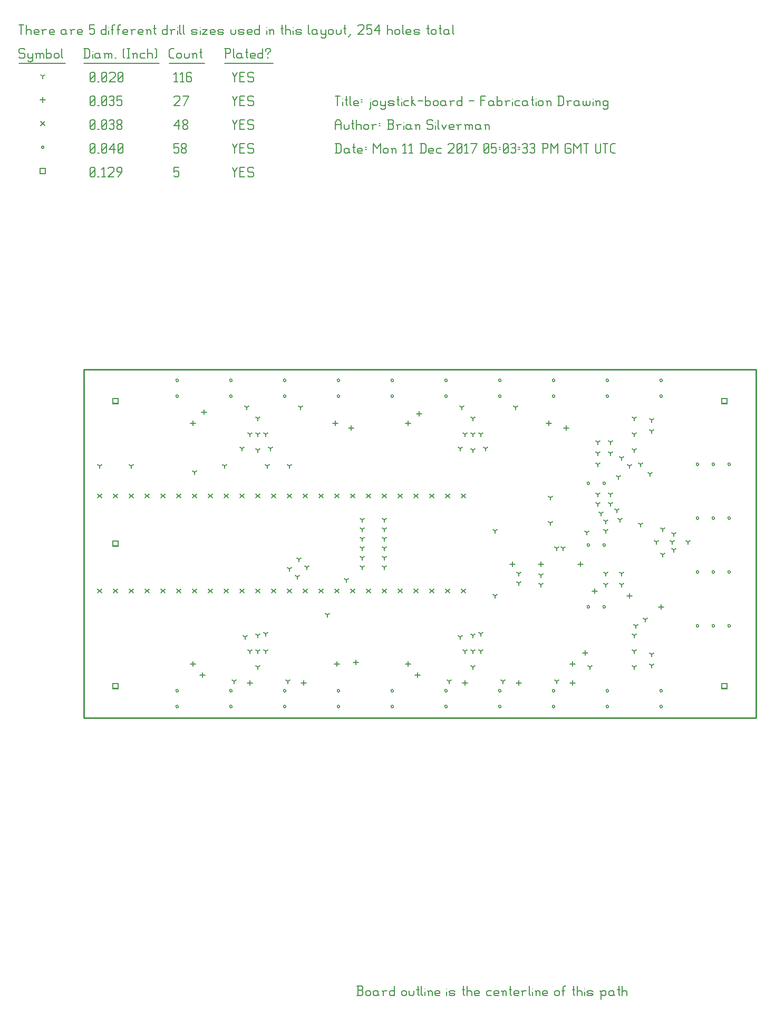
<source format=gbr>
G04 start of page 10 for group -3984 idx -3984 *
G04 Title: joystick-board, fab *
G04 Creator: pcb 20140316 *
G04 CreationDate: Mon 11 Dec 2017 05:03:33 PM GMT UTC *
G04 For: brian *
G04 Format: Gerber/RS-274X *
G04 PCB-Dimensions (mil): 6000.00 5000.00 *
G04 PCB-Coordinate-Origin: lower left *
%MOIN*%
%FSLAX25Y25*%
%LNFAB*%
%ADD78C,0.0100*%
%ADD77C,0.0075*%
%ADD76C,0.0060*%
%ADD75R,0.0080X0.0080*%
G54D75*X444400Y367600D02*X447600D01*
X444400D02*Y364400D01*
X447600D01*
Y367600D02*Y364400D01*
X444400Y187600D02*X447600D01*
X444400D02*Y184400D01*
X447600D01*
Y187600D02*Y184400D01*
X59400Y187600D02*X62600D01*
X59400D02*Y184400D01*
X62600D01*
Y187600D02*Y184400D01*
X59400Y367600D02*X62600D01*
X59400D02*Y364400D01*
X62600D01*
Y367600D02*Y364400D01*
X59400Y277600D02*X62600D01*
X59400D02*Y274400D01*
X62600D01*
Y277600D02*Y274400D01*
X13400Y512850D02*X16600D01*
X13400D02*Y509650D01*
X16600D01*
Y512850D02*Y509650D01*
G54D76*X135000Y513500D02*X136500Y510500D01*
X138000Y513500D01*
X136500Y510500D02*Y507500D01*
X139800Y510800D02*X142050D01*
X139800Y507500D02*X142800D01*
X139800Y513500D02*Y507500D01*
Y513500D02*X142800D01*
X147600D02*X148350Y512750D01*
X145350Y513500D02*X147600D01*
X144600Y512750D02*X145350Y513500D01*
X144600Y512750D02*Y511250D01*
X145350Y510500D01*
X147600D01*
X148350Y509750D01*
Y508250D01*
X147600Y507500D02*X148350Y508250D01*
X145350Y507500D02*X147600D01*
X144600Y508250D02*X145350Y507500D01*
X98000Y513500D02*X101000D01*
X98000D02*Y510500D01*
X98750Y511250D01*
X100250D01*
X101000Y510500D01*
Y508250D01*
X100250Y507500D02*X101000Y508250D01*
X98750Y507500D02*X100250D01*
X98000Y508250D02*X98750Y507500D01*
X45000Y508250D02*X45750Y507500D01*
X45000Y512750D02*Y508250D01*
Y512750D02*X45750Y513500D01*
X47250D01*
X48000Y512750D01*
Y508250D01*
X47250Y507500D02*X48000Y508250D01*
X45750Y507500D02*X47250D01*
X45000Y509000D02*X48000Y512000D01*
X49800Y507500D02*X50550D01*
X52350Y512300D02*X53550Y513500D01*
Y507500D01*
X52350D02*X54600D01*
X56400Y512750D02*X57150Y513500D01*
X59400D01*
X60150Y512750D01*
Y511250D01*
X56400Y507500D02*X60150Y511250D01*
X56400Y507500D02*X60150D01*
X62700D02*X64950Y510500D01*
Y512750D02*Y510500D01*
X64200Y513500D02*X64950Y512750D01*
X62700Y513500D02*X64200D01*
X61950Y512750D02*X62700Y513500D01*
X61950Y512750D02*Y511250D01*
X62700Y510500D01*
X64950D01*
X359200Y275000D02*G75*G03X360800Y275000I800J0D01*G01*
G75*G03X359200Y275000I-800J0D01*G01*
X369200D02*G75*G03X370800Y275000I800J0D01*G01*
G75*G03X369200Y275000I-800J0D01*G01*
X359200Y236000D02*G75*G03X360800Y236000I800J0D01*G01*
G75*G03X359200Y236000I-800J0D01*G01*
X369200D02*G75*G03X370800Y236000I800J0D01*G01*
G75*G03X369200Y236000I-800J0D01*G01*
X359200Y314000D02*G75*G03X360800Y314000I800J0D01*G01*
G75*G03X359200Y314000I-800J0D01*G01*
X369200D02*G75*G03X370800Y314000I800J0D01*G01*
G75*G03X369200Y314000I-800J0D01*G01*
X99200Y173000D02*G75*G03X100800Y173000I800J0D01*G01*
G75*G03X99200Y173000I-800J0D01*G01*
Y183000D02*G75*G03X100800Y183000I800J0D01*G01*
G75*G03X99200Y183000I-800J0D01*G01*
X133200Y173000D02*G75*G03X134800Y173000I800J0D01*G01*
G75*G03X133200Y173000I-800J0D01*G01*
Y183000D02*G75*G03X134800Y183000I800J0D01*G01*
G75*G03X133200Y183000I-800J0D01*G01*
X167200Y173000D02*G75*G03X168800Y173000I800J0D01*G01*
G75*G03X167200Y173000I-800J0D01*G01*
Y183000D02*G75*G03X168800Y183000I800J0D01*G01*
G75*G03X167200Y183000I-800J0D01*G01*
X201200Y173000D02*G75*G03X202800Y173000I800J0D01*G01*
G75*G03X201200Y173000I-800J0D01*G01*
Y183000D02*G75*G03X202800Y183000I800J0D01*G01*
G75*G03X201200Y183000I-800J0D01*G01*
X235200Y173000D02*G75*G03X236800Y173000I800J0D01*G01*
G75*G03X235200Y173000I-800J0D01*G01*
Y183000D02*G75*G03X236800Y183000I800J0D01*G01*
G75*G03X235200Y183000I-800J0D01*G01*
X269200Y173000D02*G75*G03X270800Y173000I800J0D01*G01*
G75*G03X269200Y173000I-800J0D01*G01*
Y183000D02*G75*G03X270800Y183000I800J0D01*G01*
G75*G03X269200Y183000I-800J0D01*G01*
X303200Y173000D02*G75*G03X304800Y173000I800J0D01*G01*
G75*G03X303200Y173000I-800J0D01*G01*
Y183000D02*G75*G03X304800Y183000I800J0D01*G01*
G75*G03X303200Y183000I-800J0D01*G01*
X337200Y173000D02*G75*G03X338800Y173000I800J0D01*G01*
G75*G03X337200Y173000I-800J0D01*G01*
Y183000D02*G75*G03X338800Y183000I800J0D01*G01*
G75*G03X337200Y183000I-800J0D01*G01*
X371200Y173000D02*G75*G03X372800Y173000I800J0D01*G01*
G75*G03X371200Y173000I-800J0D01*G01*
Y183000D02*G75*G03X372800Y183000I800J0D01*G01*
G75*G03X371200Y183000I-800J0D01*G01*
X405200Y173000D02*G75*G03X406800Y173000I800J0D01*G01*
G75*G03X405200Y173000I-800J0D01*G01*
Y183000D02*G75*G03X406800Y183000I800J0D01*G01*
G75*G03X405200Y183000I-800J0D01*G01*
X303200Y369000D02*G75*G03X304800Y369000I800J0D01*G01*
G75*G03X303200Y369000I-800J0D01*G01*
Y379000D02*G75*G03X304800Y379000I800J0D01*G01*
G75*G03X303200Y379000I-800J0D01*G01*
X269200Y369000D02*G75*G03X270800Y369000I800J0D01*G01*
G75*G03X269200Y369000I-800J0D01*G01*
Y379000D02*G75*G03X270800Y379000I800J0D01*G01*
G75*G03X269200Y379000I-800J0D01*G01*
X235200Y369000D02*G75*G03X236800Y369000I800J0D01*G01*
G75*G03X235200Y369000I-800J0D01*G01*
Y379000D02*G75*G03X236800Y379000I800J0D01*G01*
G75*G03X235200Y379000I-800J0D01*G01*
X201200Y369000D02*G75*G03X202800Y369000I800J0D01*G01*
G75*G03X201200Y369000I-800J0D01*G01*
Y379000D02*G75*G03X202800Y379000I800J0D01*G01*
G75*G03X201200Y379000I-800J0D01*G01*
X167200Y369000D02*G75*G03X168800Y369000I800J0D01*G01*
G75*G03X167200Y369000I-800J0D01*G01*
Y379000D02*G75*G03X168800Y379000I800J0D01*G01*
G75*G03X167200Y379000I-800J0D01*G01*
X133200Y369000D02*G75*G03X134800Y369000I800J0D01*G01*
G75*G03X133200Y369000I-800J0D01*G01*
Y379000D02*G75*G03X134800Y379000I800J0D01*G01*
G75*G03X133200Y379000I-800J0D01*G01*
X99200Y369000D02*G75*G03X100800Y369000I800J0D01*G01*
G75*G03X99200Y369000I-800J0D01*G01*
Y379000D02*G75*G03X100800Y379000I800J0D01*G01*
G75*G03X99200Y379000I-800J0D01*G01*
X337200Y369000D02*G75*G03X338800Y369000I800J0D01*G01*
G75*G03X337200Y369000I-800J0D01*G01*
Y379000D02*G75*G03X338800Y379000I800J0D01*G01*
G75*G03X337200Y379000I-800J0D01*G01*
X371200Y369000D02*G75*G03X372800Y369000I800J0D01*G01*
G75*G03X371200Y369000I-800J0D01*G01*
Y379000D02*G75*G03X372800Y379000I800J0D01*G01*
G75*G03X371200Y379000I-800J0D01*G01*
X405200Y369000D02*G75*G03X406800Y369000I800J0D01*G01*
G75*G03X405200Y369000I-800J0D01*G01*
Y379000D02*G75*G03X406800Y379000I800J0D01*G01*
G75*G03X405200Y379000I-800J0D01*G01*
X428200Y224000D02*G75*G03X429800Y224000I800J0D01*G01*
G75*G03X428200Y224000I-800J0D01*G01*
X438200D02*G75*G03X439800Y224000I800J0D01*G01*
G75*G03X438200Y224000I-800J0D01*G01*
X448200D02*G75*G03X449800Y224000I800J0D01*G01*
G75*G03X448200Y224000I-800J0D01*G01*
X428200Y258000D02*G75*G03X429800Y258000I800J0D01*G01*
G75*G03X428200Y258000I-800J0D01*G01*
X438200D02*G75*G03X439800Y258000I800J0D01*G01*
G75*G03X438200Y258000I-800J0D01*G01*
X448200D02*G75*G03X449800Y258000I800J0D01*G01*
G75*G03X448200Y258000I-800J0D01*G01*
X428200Y326000D02*G75*G03X429800Y326000I800J0D01*G01*
G75*G03X428200Y326000I-800J0D01*G01*
X438200D02*G75*G03X439800Y326000I800J0D01*G01*
G75*G03X438200Y326000I-800J0D01*G01*
X448200D02*G75*G03X449800Y326000I800J0D01*G01*
G75*G03X448200Y326000I-800J0D01*G01*
X428200Y292000D02*G75*G03X429800Y292000I800J0D01*G01*
G75*G03X428200Y292000I-800J0D01*G01*
X438200D02*G75*G03X439800Y292000I800J0D01*G01*
G75*G03X438200Y292000I-800J0D01*G01*
X448200D02*G75*G03X449800Y292000I800J0D01*G01*
G75*G03X448200Y292000I-800J0D01*G01*
X14200Y526250D02*G75*G03X15800Y526250I800J0D01*G01*
G75*G03X14200Y526250I-800J0D01*G01*
X135000Y528500D02*X136500Y525500D01*
X138000Y528500D01*
X136500Y525500D02*Y522500D01*
X139800Y525800D02*X142050D01*
X139800Y522500D02*X142800D01*
X139800Y528500D02*Y522500D01*
Y528500D02*X142800D01*
X147600D02*X148350Y527750D01*
X145350Y528500D02*X147600D01*
X144600Y527750D02*X145350Y528500D01*
X144600Y527750D02*Y526250D01*
X145350Y525500D01*
X147600D01*
X148350Y524750D01*
Y523250D01*
X147600Y522500D02*X148350Y523250D01*
X145350Y522500D02*X147600D01*
X144600Y523250D02*X145350Y522500D01*
X98000Y528500D02*X101000D01*
X98000D02*Y525500D01*
X98750Y526250D01*
X100250D01*
X101000Y525500D01*
Y523250D01*
X100250Y522500D02*X101000Y523250D01*
X98750Y522500D02*X100250D01*
X98000Y523250D02*X98750Y522500D01*
X102800Y523250D02*X103550Y522500D01*
X102800Y524450D02*Y523250D01*
Y524450D02*X103850Y525500D01*
X104750D01*
X105800Y524450D01*
Y523250D01*
X105050Y522500D02*X105800Y523250D01*
X103550Y522500D02*X105050D01*
X102800Y526550D02*X103850Y525500D01*
X102800Y527750D02*Y526550D01*
Y527750D02*X103550Y528500D01*
X105050D01*
X105800Y527750D01*
Y526550D01*
X104750Y525500D02*X105800Y526550D01*
X45000Y523250D02*X45750Y522500D01*
X45000Y527750D02*Y523250D01*
Y527750D02*X45750Y528500D01*
X47250D01*
X48000Y527750D01*
Y523250D01*
X47250Y522500D02*X48000Y523250D01*
X45750Y522500D02*X47250D01*
X45000Y524000D02*X48000Y527000D01*
X49800Y522500D02*X50550D01*
X52350Y523250D02*X53100Y522500D01*
X52350Y527750D02*Y523250D01*
Y527750D02*X53100Y528500D01*
X54600D01*
X55350Y527750D01*
Y523250D01*
X54600Y522500D02*X55350Y523250D01*
X53100Y522500D02*X54600D01*
X52350Y524000D02*X55350Y527000D01*
X57150Y524750D02*X60150Y528500D01*
X57150Y524750D02*X60900D01*
X60150Y528500D02*Y522500D01*
X62700Y523250D02*X63450Y522500D01*
X62700Y527750D02*Y523250D01*
Y527750D02*X63450Y528500D01*
X64950D01*
X65700Y527750D01*
Y523250D01*
X64950Y522500D02*X65700Y523250D01*
X63450Y522500D02*X64950D01*
X62700Y524000D02*X65700Y527000D01*
X49800Y247200D02*X52200Y244800D01*
X49800D02*X52200Y247200D01*
X59800D02*X62200Y244800D01*
X59800D02*X62200Y247200D01*
X69800D02*X72200Y244800D01*
X69800D02*X72200Y247200D01*
X79800D02*X82200Y244800D01*
X79800D02*X82200Y247200D01*
X89800D02*X92200Y244800D01*
X89800D02*X92200Y247200D01*
X99800D02*X102200Y244800D01*
X99800D02*X102200Y247200D01*
X109800D02*X112200Y244800D01*
X109800D02*X112200Y247200D01*
X119800D02*X122200Y244800D01*
X119800D02*X122200Y247200D01*
X129800D02*X132200Y244800D01*
X129800D02*X132200Y247200D01*
X139800D02*X142200Y244800D01*
X139800D02*X142200Y247200D01*
X149800D02*X152200Y244800D01*
X149800D02*X152200Y247200D01*
X159800D02*X162200Y244800D01*
X159800D02*X162200Y247200D01*
X169800D02*X172200Y244800D01*
X169800D02*X172200Y247200D01*
X179800D02*X182200Y244800D01*
X179800D02*X182200Y247200D01*
X189800D02*X192200Y244800D01*
X189800D02*X192200Y247200D01*
X199800D02*X202200Y244800D01*
X199800D02*X202200Y247200D01*
X209800D02*X212200Y244800D01*
X209800D02*X212200Y247200D01*
X219800D02*X222200Y244800D01*
X219800D02*X222200Y247200D01*
X229800D02*X232200Y244800D01*
X229800D02*X232200Y247200D01*
X239800D02*X242200Y244800D01*
X239800D02*X242200Y247200D01*
X249800D02*X252200Y244800D01*
X249800D02*X252200Y247200D01*
X259800D02*X262200Y244800D01*
X259800D02*X262200Y247200D01*
X269800D02*X272200Y244800D01*
X269800D02*X272200Y247200D01*
X279800D02*X282200Y244800D01*
X279800D02*X282200Y247200D01*
X279800Y307200D02*X282200Y304800D01*
X279800D02*X282200Y307200D01*
X269800D02*X272200Y304800D01*
X269800D02*X272200Y307200D01*
X259800D02*X262200Y304800D01*
X259800D02*X262200Y307200D01*
X249800D02*X252200Y304800D01*
X249800D02*X252200Y307200D01*
X239800D02*X242200Y304800D01*
X239800D02*X242200Y307200D01*
X229800D02*X232200Y304800D01*
X229800D02*X232200Y307200D01*
X219800D02*X222200Y304800D01*
X219800D02*X222200Y307200D01*
X209800D02*X212200Y304800D01*
X209800D02*X212200Y307200D01*
X199800D02*X202200Y304800D01*
X199800D02*X202200Y307200D01*
X189800D02*X192200Y304800D01*
X189800D02*X192200Y307200D01*
X179800D02*X182200Y304800D01*
X179800D02*X182200Y307200D01*
X169800D02*X172200Y304800D01*
X169800D02*X172200Y307200D01*
X159800D02*X162200Y304800D01*
X159800D02*X162200Y307200D01*
X149800D02*X152200Y304800D01*
X149800D02*X152200Y307200D01*
X139800D02*X142200Y304800D01*
X139800D02*X142200Y307200D01*
X129800D02*X132200Y304800D01*
X129800D02*X132200Y307200D01*
X119800D02*X122200Y304800D01*
X119800D02*X122200Y307200D01*
X109800D02*X112200Y304800D01*
X109800D02*X112200Y307200D01*
X99800D02*X102200Y304800D01*
X99800D02*X102200Y307200D01*
X89800D02*X92200Y304800D01*
X89800D02*X92200Y307200D01*
X79800D02*X82200Y304800D01*
X79800D02*X82200Y307200D01*
X69800D02*X72200Y304800D01*
X69800D02*X72200Y307200D01*
X59800D02*X62200Y304800D01*
X59800D02*X62200Y307200D01*
X49800D02*X52200Y304800D01*
X49800D02*X52200Y307200D01*
X13800Y542450D02*X16200Y540050D01*
X13800D02*X16200Y542450D01*
X135000Y543500D02*X136500Y540500D01*
X138000Y543500D01*
X136500Y540500D02*Y537500D01*
X139800Y540800D02*X142050D01*
X139800Y537500D02*X142800D01*
X139800Y543500D02*Y537500D01*
Y543500D02*X142800D01*
X147600D02*X148350Y542750D01*
X145350Y543500D02*X147600D01*
X144600Y542750D02*X145350Y543500D01*
X144600Y542750D02*Y541250D01*
X145350Y540500D01*
X147600D01*
X148350Y539750D01*
Y538250D01*
X147600Y537500D02*X148350Y538250D01*
X145350Y537500D02*X147600D01*
X144600Y538250D02*X145350Y537500D01*
X98000Y539750D02*X101000Y543500D01*
X98000Y539750D02*X101750D01*
X101000Y543500D02*Y537500D01*
X103550Y538250D02*X104300Y537500D01*
X103550Y539450D02*Y538250D01*
Y539450D02*X104600Y540500D01*
X105500D01*
X106550Y539450D01*
Y538250D01*
X105800Y537500D02*X106550Y538250D01*
X104300Y537500D02*X105800D01*
X103550Y541550D02*X104600Y540500D01*
X103550Y542750D02*Y541550D01*
Y542750D02*X104300Y543500D01*
X105800D01*
X106550Y542750D01*
Y541550D01*
X105500Y540500D02*X106550Y541550D01*
X45000Y538250D02*X45750Y537500D01*
X45000Y542750D02*Y538250D01*
Y542750D02*X45750Y543500D01*
X47250D01*
X48000Y542750D01*
Y538250D01*
X47250Y537500D02*X48000Y538250D01*
X45750Y537500D02*X47250D01*
X45000Y539000D02*X48000Y542000D01*
X49800Y537500D02*X50550D01*
X52350Y538250D02*X53100Y537500D01*
X52350Y542750D02*Y538250D01*
Y542750D02*X53100Y543500D01*
X54600D01*
X55350Y542750D01*
Y538250D01*
X54600Y537500D02*X55350Y538250D01*
X53100Y537500D02*X54600D01*
X52350Y539000D02*X55350Y542000D01*
X57150Y542750D02*X57900Y543500D01*
X59400D01*
X60150Y542750D01*
X59400Y537500D02*X60150Y538250D01*
X57900Y537500D02*X59400D01*
X57150Y538250D02*X57900Y537500D01*
Y540800D02*X59400D01*
X60150Y542750D02*Y541550D01*
Y540050D02*Y538250D01*
Y540050D02*X59400Y540800D01*
X60150Y541550D02*X59400Y540800D01*
X61950Y538250D02*X62700Y537500D01*
X61950Y539450D02*Y538250D01*
Y539450D02*X63000Y540500D01*
X63900D01*
X64950Y539450D01*
Y538250D01*
X64200Y537500D02*X64950Y538250D01*
X62700Y537500D02*X64200D01*
X61950Y541550D02*X63000Y540500D01*
X61950Y542750D02*Y541550D01*
Y542750D02*X62700Y543500D01*
X64200D01*
X64950Y542750D01*
Y541550D01*
X63900Y540500D02*X64950Y541550D01*
X386000Y244600D02*Y241400D01*
X384400Y243000D02*X387600D01*
X364000Y247600D02*Y244400D01*
X362400Y246000D02*X365600D01*
X110000Y353600D02*Y350400D01*
X108400Y352000D02*X111600D01*
X117000Y360600D02*Y357400D01*
X115400Y359000D02*X118600D01*
X200000Y353600D02*Y350400D01*
X198400Y352000D02*X201600D01*
X210000Y350600D02*Y347400D01*
X208400Y349000D02*X211600D01*
X246000Y353600D02*Y350400D01*
X244400Y352000D02*X247600D01*
X253000Y359600D02*Y356400D01*
X251400Y358000D02*X254600D01*
X335000Y353600D02*Y350400D01*
X333400Y352000D02*X336600D01*
X346000Y350600D02*Y347400D01*
X344400Y349000D02*X347600D01*
X330000Y264600D02*Y261400D01*
X328400Y263000D02*X331600D01*
X312000Y264600D02*Y261400D01*
X310400Y263000D02*X313600D01*
X110000Y201600D02*Y198400D01*
X108400Y200000D02*X111600D01*
X116000Y194600D02*Y191400D01*
X114400Y193000D02*X117600D01*
X146000Y189600D02*Y186400D01*
X144400Y188000D02*X147600D01*
X180000Y189600D02*Y186400D01*
X178400Y188000D02*X181600D01*
X201000Y201600D02*Y198400D01*
X199400Y200000D02*X202600D01*
X213000Y202600D02*Y199400D01*
X211400Y201000D02*X214600D01*
X246000Y201600D02*Y198400D01*
X244400Y200000D02*X247600D01*
X252000Y194600D02*Y191400D01*
X250400Y193000D02*X253600D01*
X282000Y189600D02*Y186400D01*
X280400Y188000D02*X283600D01*
X316000Y189600D02*Y186400D01*
X314400Y188000D02*X317600D01*
X350000Y189600D02*Y186400D01*
X348400Y188000D02*X351600D01*
X350000Y201600D02*Y198400D01*
X348400Y200000D02*X351600D01*
X358000Y208600D02*Y205400D01*
X356400Y207000D02*X359600D01*
X355000Y264600D02*Y261400D01*
X353400Y263000D02*X356600D01*
X406000Y237600D02*Y234400D01*
X404400Y236000D02*X407600D01*
X15000Y557850D02*Y554650D01*
X13400Y556250D02*X16600D01*
X135000Y558500D02*X136500Y555500D01*
X138000Y558500D01*
X136500Y555500D02*Y552500D01*
X139800Y555800D02*X142050D01*
X139800Y552500D02*X142800D01*
X139800Y558500D02*Y552500D01*
Y558500D02*X142800D01*
X147600D02*X148350Y557750D01*
X145350Y558500D02*X147600D01*
X144600Y557750D02*X145350Y558500D01*
X144600Y557750D02*Y556250D01*
X145350Y555500D01*
X147600D01*
X148350Y554750D01*
Y553250D01*
X147600Y552500D02*X148350Y553250D01*
X145350Y552500D02*X147600D01*
X144600Y553250D02*X145350Y552500D01*
X98000Y557750D02*X98750Y558500D01*
X101000D01*
X101750Y557750D01*
Y556250D01*
X98000Y552500D02*X101750Y556250D01*
X98000Y552500D02*X101750D01*
X104300D02*X107300Y558500D01*
X103550D02*X107300D01*
X45000Y553250D02*X45750Y552500D01*
X45000Y557750D02*Y553250D01*
Y557750D02*X45750Y558500D01*
X47250D01*
X48000Y557750D01*
Y553250D01*
X47250Y552500D02*X48000Y553250D01*
X45750Y552500D02*X47250D01*
X45000Y554000D02*X48000Y557000D01*
X49800Y552500D02*X50550D01*
X52350Y553250D02*X53100Y552500D01*
X52350Y557750D02*Y553250D01*
Y557750D02*X53100Y558500D01*
X54600D01*
X55350Y557750D01*
Y553250D01*
X54600Y552500D02*X55350Y553250D01*
X53100Y552500D02*X54600D01*
X52350Y554000D02*X55350Y557000D01*
X57150Y557750D02*X57900Y558500D01*
X59400D01*
X60150Y557750D01*
X59400Y552500D02*X60150Y553250D01*
X57900Y552500D02*X59400D01*
X57150Y553250D02*X57900Y552500D01*
Y555800D02*X59400D01*
X60150Y557750D02*Y556550D01*
Y555050D02*Y553250D01*
Y555050D02*X59400Y555800D01*
X60150Y556550D02*X59400Y555800D01*
X61950Y558500D02*X64950D01*
X61950D02*Y555500D01*
X62700Y556250D01*
X64200D01*
X64950Y555500D01*
Y553250D01*
X64200Y552500D02*X64950Y553250D01*
X62700Y552500D02*X64200D01*
X61950Y553250D02*X62700Y552500D01*
X151000Y345000D02*Y343400D01*
Y345000D02*X152387Y345800D01*
X151000Y345000D02*X149613Y345800D01*
X146000Y345000D02*Y343400D01*
Y345000D02*X147387Y345800D01*
X146000Y345000D02*X144613Y345800D01*
X156000Y345000D02*Y343400D01*
Y345000D02*X157387Y345800D01*
X156000Y345000D02*X154613Y345800D01*
X287000Y345000D02*Y343400D01*
Y345000D02*X288387Y345800D01*
X287000Y345000D02*X285613Y345800D01*
X282000Y345000D02*Y343400D01*
Y345000D02*X283387Y345800D01*
X282000Y345000D02*X280613Y345800D01*
X292000Y345000D02*Y343400D01*
Y345000D02*X293387Y345800D01*
X292000Y345000D02*X290613Y345800D01*
X292000Y208000D02*Y206400D01*
Y208000D02*X293387Y208800D01*
X292000Y208000D02*X290613Y208800D01*
X282000Y208000D02*Y206400D01*
Y208000D02*X283387Y208800D01*
X282000Y208000D02*X280613Y208800D01*
X151000Y208000D02*Y206400D01*
Y208000D02*X152387Y208800D01*
X151000Y208000D02*X149613Y208800D01*
X156000Y208000D02*Y206400D01*
Y208000D02*X157387Y208800D01*
X156000Y208000D02*X154613Y208800D01*
X146000Y208000D02*Y206400D01*
Y208000D02*X147387Y208800D01*
X146000Y208000D02*X144613Y208800D01*
X151000Y218000D02*Y216400D01*
Y218000D02*X152387Y218800D01*
X151000Y218000D02*X149613Y218800D01*
X151000Y198000D02*Y196400D01*
Y198000D02*X152387Y198800D01*
X151000Y198000D02*X149613Y198800D01*
X287000Y208000D02*Y206400D01*
Y208000D02*X288387Y208800D01*
X287000Y208000D02*X285613Y208800D01*
X287000Y218000D02*Y216400D01*
Y218000D02*X288387Y218800D01*
X287000Y218000D02*X285613Y218800D01*
X287000Y198000D02*Y196400D01*
Y198000D02*X288387Y198800D01*
X287000Y198000D02*X285613Y198800D01*
X287000Y355000D02*Y353400D01*
Y355000D02*X288387Y355800D01*
X287000Y355000D02*X285613Y355800D01*
X287000Y335000D02*Y333400D01*
Y335000D02*X288387Y335800D01*
X287000Y335000D02*X285613Y335800D01*
X151000Y355000D02*Y353400D01*
Y355000D02*X152387Y355800D01*
X151000Y355000D02*X149613Y355800D01*
X151000Y335000D02*Y333400D01*
Y335000D02*X152387Y335800D01*
X151000Y335000D02*X149613Y335800D01*
X413000Y277000D02*Y275400D01*
Y277000D02*X414387Y277800D01*
X413000Y277000D02*X411613Y277800D01*
X403000Y277000D02*Y275400D01*
Y277000D02*X404387Y277800D01*
X403000Y277000D02*X401613Y277800D01*
X423000Y277000D02*Y275400D01*
Y277000D02*X424387Y277800D01*
X423000Y277000D02*X421613Y277800D01*
X389000Y345000D02*Y343400D01*
Y345000D02*X390387Y345800D01*
X389000Y345000D02*X387613Y345800D01*
X389000Y355000D02*Y353400D01*
Y355000D02*X390387Y355800D01*
X389000Y355000D02*X387613Y355800D01*
X389000Y335000D02*Y333400D01*
Y335000D02*X390387Y335800D01*
X389000Y335000D02*X387613Y335800D01*
X389000Y208000D02*Y206400D01*
Y208000D02*X390387Y208800D01*
X389000Y208000D02*X387613Y208800D01*
X389000Y218000D02*Y216400D01*
Y218000D02*X390387Y218800D01*
X389000Y218000D02*X387613Y218800D01*
X389000Y198000D02*Y196400D01*
Y198000D02*X390387Y198800D01*
X389000Y198000D02*X387613Y198800D01*
X344000Y273000D02*Y271400D01*
Y273000D02*X345387Y273800D01*
X344000Y273000D02*X342613Y273800D01*
X301000Y284000D02*Y282400D01*
Y284000D02*X302387Y284800D01*
X301000Y284000D02*X299613Y284800D01*
X340000Y273000D02*Y271400D01*
Y273000D02*X341387Y273800D01*
X340000Y273000D02*X338613Y273800D01*
X301000Y243000D02*Y241400D01*
Y243000D02*X302387Y243800D01*
X301000Y243000D02*X299613Y243800D01*
X111000Y321000D02*Y319400D01*
Y321000D02*X112387Y321800D01*
X111000Y321000D02*X109613Y321800D01*
X141000Y336000D02*Y334400D01*
Y336000D02*X142387Y336800D01*
X141000Y336000D02*X139613Y336800D01*
X157000Y325000D02*Y323400D01*
Y325000D02*X158387Y325800D01*
X157000Y325000D02*X155613Y325800D01*
X159000Y336000D02*Y334400D01*
Y336000D02*X160387Y336800D01*
X159000Y336000D02*X157613Y336800D01*
X143000Y217000D02*Y215400D01*
Y217000D02*X144387Y217800D01*
X143000Y217000D02*X141613Y217800D01*
X156000Y219000D02*Y217400D01*
Y219000D02*X157387Y219800D01*
X156000Y219000D02*X154613Y219800D01*
X279000Y217000D02*Y215400D01*
Y217000D02*X280387Y217800D01*
X279000Y217000D02*X277613Y217800D01*
X292000Y219000D02*Y217400D01*
Y219000D02*X293387Y219800D01*
X292000Y219000D02*X290613Y219800D01*
X51000Y325000D02*Y323400D01*
Y325000D02*X52387Y325800D01*
X51000Y325000D02*X49613Y325800D01*
X71000Y325000D02*Y323400D01*
Y325000D02*X72387Y325800D01*
X71000Y325000D02*X69613Y325800D01*
X195000Y231000D02*Y229400D01*
Y231000D02*X196387Y231800D01*
X195000Y231000D02*X193613Y231800D01*
X279000Y336000D02*Y334400D01*
Y336000D02*X280387Y336800D01*
X279000Y336000D02*X277613Y336800D01*
X295000Y336000D02*Y334400D01*
Y336000D02*X296387Y336800D01*
X295000Y336000D02*X293613Y336800D01*
X381000Y257000D02*Y255400D01*
Y257000D02*X382387Y257800D01*
X381000Y257000D02*X379613Y257800D01*
X381000Y250000D02*Y248400D01*
Y250000D02*X382387Y250800D01*
X381000Y250000D02*X379613Y250800D01*
X371000Y257000D02*Y255400D01*
Y257000D02*X372387Y257800D01*
X371000Y257000D02*X369613Y257800D01*
X371000Y250000D02*Y248400D01*
Y250000D02*X372387Y250800D01*
X371000Y250000D02*X369613Y250800D01*
X316000Y257000D02*Y255400D01*
Y257000D02*X317387Y257800D01*
X316000Y257000D02*X314613Y257800D01*
X316000Y251000D02*Y249400D01*
Y251000D02*X317387Y251800D01*
X316000Y251000D02*X314613Y251800D01*
X330000Y250000D02*Y248400D01*
Y250000D02*X331387Y250800D01*
X330000Y250000D02*X328613Y250800D01*
X330000Y256000D02*Y254400D01*
Y256000D02*X331387Y256800D01*
X330000Y256000D02*X328613Y256800D01*
X176000Y255000D02*Y253400D01*
Y255000D02*X177387Y255800D01*
X176000Y255000D02*X174613Y255800D01*
X171000Y260000D02*Y258400D01*
Y260000D02*X172387Y260800D01*
X171000Y260000D02*X169613Y260800D01*
X182000Y261000D02*Y259400D01*
Y261000D02*X183387Y261800D01*
X182000Y261000D02*X180613Y261800D01*
X177000Y266000D02*Y264400D01*
Y266000D02*X178387Y266800D01*
X177000Y266000D02*X175613Y266800D01*
X414000Y272000D02*Y270400D01*
Y272000D02*X415387Y272800D01*
X414000Y272000D02*X412613Y272800D01*
X414000Y282000D02*Y280400D01*
Y282000D02*X415387Y282800D01*
X414000Y282000D02*X412613Y282800D01*
X407000Y269000D02*Y267400D01*
Y269000D02*X408387Y269800D01*
X407000Y269000D02*X405613Y269800D01*
X407000Y285000D02*Y283400D01*
Y285000D02*X408387Y285800D01*
X407000Y285000D02*X405613Y285800D01*
X130000Y325000D02*Y323400D01*
Y325000D02*X131387Y325800D01*
X130000Y325000D02*X128613Y325800D01*
X144000Y362000D02*Y360400D01*
Y362000D02*X145387Y362800D01*
X144000Y362000D02*X142613Y362800D01*
X178000Y362000D02*Y360400D01*
Y362000D02*X179387Y362800D01*
X178000Y362000D02*X176613Y362800D01*
X280000Y362000D02*Y360400D01*
Y362000D02*X281387Y362800D01*
X280000Y362000D02*X278613Y362800D01*
X314000Y362000D02*Y360400D01*
Y362000D02*X315387Y362800D01*
X314000Y362000D02*X312613Y362800D01*
X400000Y354000D02*Y352400D01*
Y354000D02*X401387Y354800D01*
X400000Y354000D02*X398613Y354800D01*
X400000Y347000D02*Y345400D01*
Y347000D02*X401387Y347800D01*
X400000Y347000D02*X398613Y347800D01*
X217000Y291000D02*Y289400D01*
Y291000D02*X218387Y291800D01*
X217000Y291000D02*X215613Y291800D01*
X217000Y285000D02*Y283400D01*
Y285000D02*X218387Y285800D01*
X217000Y285000D02*X215613Y285800D01*
X217000Y279000D02*Y277400D01*
Y279000D02*X218387Y279800D01*
X217000Y279000D02*X215613Y279800D01*
X217000Y273000D02*Y271400D01*
Y273000D02*X218387Y273800D01*
X217000Y273000D02*X215613Y273800D01*
X217000Y267000D02*Y265400D01*
Y267000D02*X218387Y267800D01*
X217000Y267000D02*X215613Y267800D01*
X217000Y261000D02*Y259400D01*
Y261000D02*X218387Y261800D01*
X217000Y261000D02*X215613Y261800D01*
X171000Y325000D02*Y323400D01*
Y325000D02*X172387Y325800D01*
X171000Y325000D02*X169613Y325800D01*
X231000Y291000D02*Y289400D01*
Y291000D02*X232387Y291800D01*
X231000Y291000D02*X229613Y291800D01*
X231000Y285000D02*Y283400D01*
Y285000D02*X232387Y285800D01*
X231000Y285000D02*X229613Y285800D01*
X231000Y279000D02*Y277400D01*
Y279000D02*X232387Y279800D01*
X231000Y279000D02*X229613Y279800D01*
X231000Y273000D02*Y271400D01*
Y273000D02*X232387Y273800D01*
X231000Y273000D02*X229613Y273800D01*
X231000Y267000D02*Y265400D01*
Y267000D02*X232387Y267800D01*
X231000Y267000D02*X229613Y267800D01*
X231000Y261000D02*Y259400D01*
Y261000D02*X232387Y261800D01*
X231000Y261000D02*X229613Y261800D01*
X371000Y284000D02*Y282400D01*
Y284000D02*X372387Y284800D01*
X371000Y284000D02*X369613Y284800D01*
X371000Y290000D02*Y288400D01*
Y290000D02*X372387Y290800D01*
X371000Y290000D02*X369613Y290800D01*
X368000Y295000D02*Y293400D01*
Y295000D02*X369387Y295800D01*
X368000Y295000D02*X366613Y295800D01*
X366000Y301000D02*Y299400D01*
Y301000D02*X367387Y301800D01*
X366000Y301000D02*X364613Y301800D01*
X366000Y307000D02*Y305400D01*
Y307000D02*X367387Y307800D01*
X366000Y307000D02*X364613Y307800D01*
X336000Y289000D02*Y287400D01*
Y289000D02*X337387Y289800D01*
X336000Y289000D02*X334613Y289800D01*
X336000Y305000D02*Y303400D01*
Y305000D02*X337387Y305800D01*
X336000Y305000D02*X334613Y305800D01*
X374000Y307000D02*Y305400D01*
Y307000D02*X375387Y307800D01*
X374000Y307000D02*X372613Y307800D01*
X374000Y301000D02*Y299400D01*
Y301000D02*X375387Y301800D01*
X374000Y301000D02*X372613Y301800D01*
X378000Y297000D02*Y295400D01*
Y297000D02*X379387Y297800D01*
X378000Y297000D02*X376613Y297800D01*
X380000Y291000D02*Y289400D01*
Y291000D02*X381387Y291800D01*
X380000Y291000D02*X378613Y291800D01*
X393000Y288000D02*Y286400D01*
Y288000D02*X394387Y288800D01*
X393000Y288000D02*X391613Y288800D01*
X393000Y326000D02*Y324400D01*
Y326000D02*X394387Y326800D01*
X393000Y326000D02*X391613Y326800D01*
X379000Y318000D02*Y316400D01*
Y318000D02*X380387Y318800D01*
X379000Y318000D02*X377613Y318800D01*
X399000Y320000D02*Y318400D01*
Y320000D02*X400387Y320800D01*
X399000Y320000D02*X397613Y320800D01*
X366000Y326000D02*Y324400D01*
Y326000D02*X367387Y326800D01*
X366000Y326000D02*X364613Y326800D01*
X396000Y228000D02*Y226400D01*
Y228000D02*X397387Y228800D01*
X396000Y228000D02*X394613Y228800D01*
X390000Y224000D02*Y222400D01*
Y224000D02*X391387Y224800D01*
X390000Y224000D02*X388613Y224800D01*
X400000Y199000D02*Y197400D01*
Y199000D02*X401387Y199800D01*
X400000Y199000D02*X398613Y199800D01*
X400000Y206000D02*Y204400D01*
Y206000D02*X401387Y206800D01*
X400000Y206000D02*X398613Y206800D01*
X136000Y189000D02*Y187400D01*
Y189000D02*X137387Y189800D01*
X136000Y189000D02*X134613Y189800D01*
X170000Y189000D02*Y187400D01*
Y189000D02*X171387Y189800D01*
X170000Y189000D02*X168613Y189800D01*
X272000Y189000D02*Y187400D01*
Y189000D02*X273387Y189800D01*
X272000Y189000D02*X270613Y189800D01*
X306000Y189000D02*Y187400D01*
Y189000D02*X307387Y189800D01*
X306000Y189000D02*X304613Y189800D01*
X340000Y189000D02*Y187400D01*
Y189000D02*X341387Y189800D01*
X340000Y189000D02*X338613Y189800D01*
X361000Y198000D02*Y196400D01*
Y198000D02*X362387Y198800D01*
X361000Y198000D02*X359613Y198800D01*
X207000Y253000D02*Y251400D01*
Y253000D02*X208387Y253800D01*
X207000Y253000D02*X205613Y253800D01*
X359000Y283000D02*Y281400D01*
Y283000D02*X360387Y283800D01*
X359000Y283000D02*X357613Y283800D01*
X386000Y325000D02*Y323400D01*
Y325000D02*X387387Y325800D01*
X386000Y325000D02*X384613Y325800D01*
X381000Y330000D02*Y328400D01*
Y330000D02*X382387Y330800D01*
X381000Y330000D02*X379613Y330800D01*
X374000Y333000D02*Y331400D01*
Y333000D02*X375387Y333800D01*
X374000Y333000D02*X372613Y333800D01*
X374000Y340000D02*Y338400D01*
Y340000D02*X375387Y340800D01*
X374000Y340000D02*X372613Y340800D01*
X366000Y340000D02*Y338400D01*
Y340000D02*X367387Y340800D01*
X366000Y340000D02*X364613Y340800D01*
X366000Y333000D02*Y331400D01*
Y333000D02*X367387Y333800D01*
X366000Y333000D02*X364613Y333800D01*
X15000Y571250D02*Y569650D01*
Y571250D02*X16387Y572050D01*
X15000Y571250D02*X13613Y572050D01*
X135000Y573500D02*X136500Y570500D01*
X138000Y573500D01*
X136500Y570500D02*Y567500D01*
X139800Y570800D02*X142050D01*
X139800Y567500D02*X142800D01*
X139800Y573500D02*Y567500D01*
Y573500D02*X142800D01*
X147600D02*X148350Y572750D01*
X145350Y573500D02*X147600D01*
X144600Y572750D02*X145350Y573500D01*
X144600Y572750D02*Y571250D01*
X145350Y570500D01*
X147600D01*
X148350Y569750D01*
Y568250D01*
X147600Y567500D02*X148350Y568250D01*
X145350Y567500D02*X147600D01*
X144600Y568250D02*X145350Y567500D01*
X98000Y572300D02*X99200Y573500D01*
Y567500D01*
X98000D02*X100250D01*
X102050Y572300D02*X103250Y573500D01*
Y567500D01*
X102050D02*X104300D01*
X108350Y573500D02*X109100Y572750D01*
X106850Y573500D02*X108350D01*
X106100Y572750D02*X106850Y573500D01*
X106100Y572750D02*Y568250D01*
X106850Y567500D01*
X108350Y570800D02*X109100Y570050D01*
X106100Y570800D02*X108350D01*
X106850Y567500D02*X108350D01*
X109100Y568250D01*
Y570050D02*Y568250D01*
X45000D02*X45750Y567500D01*
X45000Y572750D02*Y568250D01*
Y572750D02*X45750Y573500D01*
X47250D01*
X48000Y572750D01*
Y568250D01*
X47250Y567500D02*X48000Y568250D01*
X45750Y567500D02*X47250D01*
X45000Y569000D02*X48000Y572000D01*
X49800Y567500D02*X50550D01*
X52350Y568250D02*X53100Y567500D01*
X52350Y572750D02*Y568250D01*
Y572750D02*X53100Y573500D01*
X54600D01*
X55350Y572750D01*
Y568250D01*
X54600Y567500D02*X55350Y568250D01*
X53100Y567500D02*X54600D01*
X52350Y569000D02*X55350Y572000D01*
X57150Y572750D02*X57900Y573500D01*
X60150D01*
X60900Y572750D01*
Y571250D01*
X57150Y567500D02*X60900Y571250D01*
X57150Y567500D02*X60900D01*
X62700Y568250D02*X63450Y567500D01*
X62700Y572750D02*Y568250D01*
Y572750D02*X63450Y573500D01*
X64950D01*
X65700Y572750D01*
Y568250D01*
X64950Y567500D02*X65700Y568250D01*
X63450Y567500D02*X64950D01*
X62700Y569000D02*X65700Y572000D01*
X3000Y588500D02*X3750Y587750D01*
X750Y588500D02*X3000D01*
X0Y587750D02*X750Y588500D01*
X0Y587750D02*Y586250D01*
X750Y585500D01*
X3000D01*
X3750Y584750D01*
Y583250D01*
X3000Y582500D02*X3750Y583250D01*
X750Y582500D02*X3000D01*
X0Y583250D02*X750Y582500D01*
X5550Y585500D02*Y583250D01*
X6300Y582500D01*
X8550Y585500D02*Y581000D01*
X7800Y580250D02*X8550Y581000D01*
X6300Y580250D02*X7800D01*
X5550Y581000D02*X6300Y580250D01*
Y582500D02*X7800D01*
X8550Y583250D01*
X11100Y584750D02*Y582500D01*
Y584750D02*X11850Y585500D01*
X12600D01*
X13350Y584750D01*
Y582500D01*
Y584750D02*X14100Y585500D01*
X14850D01*
X15600Y584750D01*
Y582500D01*
X10350Y585500D02*X11100Y584750D01*
X17400Y588500D02*Y582500D01*
Y583250D02*X18150Y582500D01*
X19650D01*
X20400Y583250D01*
Y584750D02*Y583250D01*
X19650Y585500D02*X20400Y584750D01*
X18150Y585500D02*X19650D01*
X17400Y584750D02*X18150Y585500D01*
X22200Y584750D02*Y583250D01*
Y584750D02*X22950Y585500D01*
X24450D01*
X25200Y584750D01*
Y583250D01*
X24450Y582500D02*X25200Y583250D01*
X22950Y582500D02*X24450D01*
X22200Y583250D02*X22950Y582500D01*
X27000Y588500D02*Y583250D01*
X27750Y582500D01*
X0Y579250D02*X29250D01*
X41750Y588500D02*Y582500D01*
X43700Y588500D02*X44750Y587450D01*
Y583550D01*
X43700Y582500D02*X44750Y583550D01*
X41000Y582500D02*X43700D01*
X41000Y588500D02*X43700D01*
G54D77*X46550Y587000D02*Y586850D01*
G54D76*Y584750D02*Y582500D01*
X50300Y585500D02*X51050Y584750D01*
X48800Y585500D02*X50300D01*
X48050Y584750D02*X48800Y585500D01*
X48050Y584750D02*Y583250D01*
X48800Y582500D01*
X51050Y585500D02*Y583250D01*
X51800Y582500D01*
X48800D02*X50300D01*
X51050Y583250D01*
X54350Y584750D02*Y582500D01*
Y584750D02*X55100Y585500D01*
X55850D01*
X56600Y584750D01*
Y582500D01*
Y584750D02*X57350Y585500D01*
X58100D01*
X58850Y584750D01*
Y582500D01*
X53600Y585500D02*X54350Y584750D01*
X60650Y582500D02*X61400D01*
X65900Y583250D02*X66650Y582500D01*
X65900Y587750D02*X66650Y588500D01*
X65900Y587750D02*Y583250D01*
X68450Y588500D02*X69950D01*
X69200D02*Y582500D01*
X68450D02*X69950D01*
X72500Y584750D02*Y582500D01*
Y584750D02*X73250Y585500D01*
X74000D01*
X74750Y584750D01*
Y582500D01*
X71750Y585500D02*X72500Y584750D01*
X77300Y585500D02*X79550D01*
X76550Y584750D02*X77300Y585500D01*
X76550Y584750D02*Y583250D01*
X77300Y582500D01*
X79550D01*
X81350Y588500D02*Y582500D01*
Y584750D02*X82100Y585500D01*
X83600D01*
X84350Y584750D01*
Y582500D01*
X86150Y588500D02*X86900Y587750D01*
Y583250D01*
X86150Y582500D02*X86900Y583250D01*
X41000Y579250D02*X88700D01*
X96050Y582500D02*X98000D01*
X95000Y583550D02*X96050Y582500D01*
X95000Y587450D02*Y583550D01*
Y587450D02*X96050Y588500D01*
X98000D01*
X99800Y584750D02*Y583250D01*
Y584750D02*X100550Y585500D01*
X102050D01*
X102800Y584750D01*
Y583250D01*
X102050Y582500D02*X102800Y583250D01*
X100550Y582500D02*X102050D01*
X99800Y583250D02*X100550Y582500D01*
X104600Y585500D02*Y583250D01*
X105350Y582500D01*
X106850D01*
X107600Y583250D01*
Y585500D02*Y583250D01*
X110150Y584750D02*Y582500D01*
Y584750D02*X110900Y585500D01*
X111650D01*
X112400Y584750D01*
Y582500D01*
X109400Y585500D02*X110150Y584750D01*
X114950Y588500D02*Y583250D01*
X115700Y582500D01*
X114200Y586250D02*X115700D01*
X95000Y579250D02*X117200D01*
X130750Y588500D02*Y582500D01*
X130000Y588500D02*X133000D01*
X133750Y587750D01*
Y586250D01*
X133000Y585500D02*X133750Y586250D01*
X130750Y585500D02*X133000D01*
X135550Y588500D02*Y583250D01*
X136300Y582500D01*
X140050Y585500D02*X140800Y584750D01*
X138550Y585500D02*X140050D01*
X137800Y584750D02*X138550Y585500D01*
X137800Y584750D02*Y583250D01*
X138550Y582500D01*
X140800Y585500D02*Y583250D01*
X141550Y582500D01*
X138550D02*X140050D01*
X140800Y583250D01*
X144100Y588500D02*Y583250D01*
X144850Y582500D01*
X143350Y586250D02*X144850D01*
X147100Y582500D02*X149350D01*
X146350Y583250D02*X147100Y582500D01*
X146350Y584750D02*Y583250D01*
Y584750D02*X147100Y585500D01*
X148600D01*
X149350Y584750D01*
X146350Y584000D02*X149350D01*
Y584750D02*Y584000D01*
X154150Y588500D02*Y582500D01*
X153400D02*X154150Y583250D01*
X151900Y582500D02*X153400D01*
X151150Y583250D02*X151900Y582500D01*
X151150Y584750D02*Y583250D01*
Y584750D02*X151900Y585500D01*
X153400D01*
X154150Y584750D01*
X157450Y585500D02*Y584750D01*
Y583250D02*Y582500D01*
X155950Y587750D02*Y587000D01*
Y587750D02*X156700Y588500D01*
X158200D01*
X158950Y587750D01*
Y587000D01*
X157450Y585500D02*X158950Y587000D01*
X130000Y579250D02*X160750D01*
X0Y603500D02*X3000D01*
X1500D02*Y597500D01*
X4800Y603500D02*Y597500D01*
Y599750D02*X5550Y600500D01*
X7050D01*
X7800Y599750D01*
Y597500D01*
X10350D02*X12600D01*
X9600Y598250D02*X10350Y597500D01*
X9600Y599750D02*Y598250D01*
Y599750D02*X10350Y600500D01*
X11850D01*
X12600Y599750D01*
X9600Y599000D02*X12600D01*
Y599750D02*Y599000D01*
X15150Y599750D02*Y597500D01*
Y599750D02*X15900Y600500D01*
X17400D01*
X14400D02*X15150Y599750D01*
X19950Y597500D02*X22200D01*
X19200Y598250D02*X19950Y597500D01*
X19200Y599750D02*Y598250D01*
Y599750D02*X19950Y600500D01*
X21450D01*
X22200Y599750D01*
X19200Y599000D02*X22200D01*
Y599750D02*Y599000D01*
X28950Y600500D02*X29700Y599750D01*
X27450Y600500D02*X28950D01*
X26700Y599750D02*X27450Y600500D01*
X26700Y599750D02*Y598250D01*
X27450Y597500D01*
X29700Y600500D02*Y598250D01*
X30450Y597500D01*
X27450D02*X28950D01*
X29700Y598250D01*
X33000Y599750D02*Y597500D01*
Y599750D02*X33750Y600500D01*
X35250D01*
X32250D02*X33000Y599750D01*
X37800Y597500D02*X40050D01*
X37050Y598250D02*X37800Y597500D01*
X37050Y599750D02*Y598250D01*
Y599750D02*X37800Y600500D01*
X39300D01*
X40050Y599750D01*
X37050Y599000D02*X40050D01*
Y599750D02*Y599000D01*
X44550Y603500D02*X47550D01*
X44550D02*Y600500D01*
X45300Y601250D01*
X46800D01*
X47550Y600500D01*
Y598250D01*
X46800Y597500D02*X47550Y598250D01*
X45300Y597500D02*X46800D01*
X44550Y598250D02*X45300Y597500D01*
X55050Y603500D02*Y597500D01*
X54300D02*X55050Y598250D01*
X52800Y597500D02*X54300D01*
X52050Y598250D02*X52800Y597500D01*
X52050Y599750D02*Y598250D01*
Y599750D02*X52800Y600500D01*
X54300D01*
X55050Y599750D01*
G54D77*X56850Y602000D02*Y601850D01*
G54D76*Y599750D02*Y597500D01*
X59100Y602750D02*Y597500D01*
Y602750D02*X59850Y603500D01*
X60600D01*
X58350Y600500D02*X59850D01*
X62850Y602750D02*Y597500D01*
Y602750D02*X63600Y603500D01*
X64350D01*
X62100Y600500D02*X63600D01*
X66600Y597500D02*X68850D01*
X65850Y598250D02*X66600Y597500D01*
X65850Y599750D02*Y598250D01*
Y599750D02*X66600Y600500D01*
X68100D01*
X68850Y599750D01*
X65850Y599000D02*X68850D01*
Y599750D02*Y599000D01*
X71400Y599750D02*Y597500D01*
Y599750D02*X72150Y600500D01*
X73650D01*
X70650D02*X71400Y599750D01*
X76200Y597500D02*X78450D01*
X75450Y598250D02*X76200Y597500D01*
X75450Y599750D02*Y598250D01*
Y599750D02*X76200Y600500D01*
X77700D01*
X78450Y599750D01*
X75450Y599000D02*X78450D01*
Y599750D02*Y599000D01*
X81000Y599750D02*Y597500D01*
Y599750D02*X81750Y600500D01*
X82500D01*
X83250Y599750D01*
Y597500D01*
X80250Y600500D02*X81000Y599750D01*
X85800Y603500D02*Y598250D01*
X86550Y597500D01*
X85050Y601250D02*X86550D01*
X93750Y603500D02*Y597500D01*
X93000D02*X93750Y598250D01*
X91500Y597500D02*X93000D01*
X90750Y598250D02*X91500Y597500D01*
X90750Y599750D02*Y598250D01*
Y599750D02*X91500Y600500D01*
X93000D01*
X93750Y599750D01*
X96300D02*Y597500D01*
Y599750D02*X97050Y600500D01*
X98550D01*
X95550D02*X96300Y599750D01*
G54D77*X100350Y602000D02*Y601850D01*
G54D76*Y599750D02*Y597500D01*
X101850Y603500D02*Y598250D01*
X102600Y597500D01*
X104100Y603500D02*Y598250D01*
X104850Y597500D01*
X109800D02*X112050D01*
X112800Y598250D01*
X112050Y599000D02*X112800Y598250D01*
X109800Y599000D02*X112050D01*
X109050Y599750D02*X109800Y599000D01*
X109050Y599750D02*X109800Y600500D01*
X112050D01*
X112800Y599750D01*
X109050Y598250D02*X109800Y597500D01*
G54D77*X114600Y602000D02*Y601850D01*
G54D76*Y599750D02*Y597500D01*
X116100Y600500D02*X119100D01*
X116100Y597500D02*X119100Y600500D01*
X116100Y597500D02*X119100D01*
X121650D02*X123900D01*
X120900Y598250D02*X121650Y597500D01*
X120900Y599750D02*Y598250D01*
Y599750D02*X121650Y600500D01*
X123150D01*
X123900Y599750D01*
X120900Y599000D02*X123900D01*
Y599750D02*Y599000D01*
X126450Y597500D02*X128700D01*
X129450Y598250D01*
X128700Y599000D02*X129450Y598250D01*
X126450Y599000D02*X128700D01*
X125700Y599750D02*X126450Y599000D01*
X125700Y599750D02*X126450Y600500D01*
X128700D01*
X129450Y599750D01*
X125700Y598250D02*X126450Y597500D01*
X133950Y600500D02*Y598250D01*
X134700Y597500D01*
X136200D01*
X136950Y598250D01*
Y600500D02*Y598250D01*
X139500Y597500D02*X141750D01*
X142500Y598250D01*
X141750Y599000D02*X142500Y598250D01*
X139500Y599000D02*X141750D01*
X138750Y599750D02*X139500Y599000D01*
X138750Y599750D02*X139500Y600500D01*
X141750D01*
X142500Y599750D01*
X138750Y598250D02*X139500Y597500D01*
X145050D02*X147300D01*
X144300Y598250D02*X145050Y597500D01*
X144300Y599750D02*Y598250D01*
Y599750D02*X145050Y600500D01*
X146550D01*
X147300Y599750D01*
X144300Y599000D02*X147300D01*
Y599750D02*Y599000D01*
X152100Y603500D02*Y597500D01*
X151350D02*X152100Y598250D01*
X149850Y597500D02*X151350D01*
X149100Y598250D02*X149850Y597500D01*
X149100Y599750D02*Y598250D01*
Y599750D02*X149850Y600500D01*
X151350D01*
X152100Y599750D01*
G54D77*X156600Y602000D02*Y601850D01*
G54D76*Y599750D02*Y597500D01*
X158850Y599750D02*Y597500D01*
Y599750D02*X159600Y600500D01*
X160350D01*
X161100Y599750D01*
Y597500D01*
X158100Y600500D02*X158850Y599750D01*
X166350Y603500D02*Y598250D01*
X167100Y597500D01*
X165600Y601250D02*X167100D01*
X168600Y603500D02*Y597500D01*
Y599750D02*X169350Y600500D01*
X170850D01*
X171600Y599750D01*
Y597500D01*
G54D77*X173400Y602000D02*Y601850D01*
G54D76*Y599750D02*Y597500D01*
X175650D02*X177900D01*
X178650Y598250D01*
X177900Y599000D02*X178650Y598250D01*
X175650Y599000D02*X177900D01*
X174900Y599750D02*X175650Y599000D01*
X174900Y599750D02*X175650Y600500D01*
X177900D01*
X178650Y599750D01*
X174900Y598250D02*X175650Y597500D01*
X183150Y603500D02*Y598250D01*
X183900Y597500D01*
X187650Y600500D02*X188400Y599750D01*
X186150Y600500D02*X187650D01*
X185400Y599750D02*X186150Y600500D01*
X185400Y599750D02*Y598250D01*
X186150Y597500D01*
X188400Y600500D02*Y598250D01*
X189150Y597500D01*
X186150D02*X187650D01*
X188400Y598250D01*
X190950Y600500D02*Y598250D01*
X191700Y597500D01*
X193950Y600500D02*Y596000D01*
X193200Y595250D02*X193950Y596000D01*
X191700Y595250D02*X193200D01*
X190950Y596000D02*X191700Y595250D01*
Y597500D02*X193200D01*
X193950Y598250D01*
X195750Y599750D02*Y598250D01*
Y599750D02*X196500Y600500D01*
X198000D01*
X198750Y599750D01*
Y598250D01*
X198000Y597500D02*X198750Y598250D01*
X196500Y597500D02*X198000D01*
X195750Y598250D02*X196500Y597500D01*
X200550Y600500D02*Y598250D01*
X201300Y597500D01*
X202800D01*
X203550Y598250D01*
Y600500D02*Y598250D01*
X206100Y603500D02*Y598250D01*
X206850Y597500D01*
X205350Y601250D02*X206850D01*
X208350Y596000D02*X209850Y597500D01*
X214350Y602750D02*X215100Y603500D01*
X217350D01*
X218100Y602750D01*
Y601250D01*
X214350Y597500D02*X218100Y601250D01*
X214350Y597500D02*X218100D01*
X219900Y603500D02*X222900D01*
X219900D02*Y600500D01*
X220650Y601250D01*
X222150D01*
X222900Y600500D01*
Y598250D01*
X222150Y597500D02*X222900Y598250D01*
X220650Y597500D02*X222150D01*
X219900Y598250D02*X220650Y597500D01*
X224700Y599750D02*X227700Y603500D01*
X224700Y599750D02*X228450D01*
X227700Y603500D02*Y597500D01*
X232950Y603500D02*Y597500D01*
Y599750D02*X233700Y600500D01*
X235200D01*
X235950Y599750D01*
Y597500D01*
X237750Y599750D02*Y598250D01*
Y599750D02*X238500Y600500D01*
X240000D01*
X240750Y599750D01*
Y598250D01*
X240000Y597500D02*X240750Y598250D01*
X238500Y597500D02*X240000D01*
X237750Y598250D02*X238500Y597500D01*
X242550Y603500D02*Y598250D01*
X243300Y597500D01*
X245550D02*X247800D01*
X244800Y598250D02*X245550Y597500D01*
X244800Y599750D02*Y598250D01*
Y599750D02*X245550Y600500D01*
X247050D01*
X247800Y599750D01*
X244800Y599000D02*X247800D01*
Y599750D02*Y599000D01*
X250350Y597500D02*X252600D01*
X253350Y598250D01*
X252600Y599000D02*X253350Y598250D01*
X250350Y599000D02*X252600D01*
X249600Y599750D02*X250350Y599000D01*
X249600Y599750D02*X250350Y600500D01*
X252600D01*
X253350Y599750D01*
X249600Y598250D02*X250350Y597500D01*
X258600Y603500D02*Y598250D01*
X259350Y597500D01*
X257850Y601250D02*X259350D01*
X260850Y599750D02*Y598250D01*
Y599750D02*X261600Y600500D01*
X263100D01*
X263850Y599750D01*
Y598250D01*
X263100Y597500D02*X263850Y598250D01*
X261600Y597500D02*X263100D01*
X260850Y598250D02*X261600Y597500D01*
X266400Y603500D02*Y598250D01*
X267150Y597500D01*
X265650Y601250D02*X267150D01*
X270900Y600500D02*X271650Y599750D01*
X269400Y600500D02*X270900D01*
X268650Y599750D02*X269400Y600500D01*
X268650Y599750D02*Y598250D01*
X269400Y597500D01*
X271650Y600500D02*Y598250D01*
X272400Y597500D01*
X269400D02*X270900D01*
X271650Y598250D01*
X274200Y603500D02*Y598250D01*
X274950Y597500D01*
G54D78*X41000Y386000D02*Y166000D01*
X466000D01*
Y386000D01*
X41000D01*
G54D76*X213675Y-9500D02*X216675D01*
X217425Y-8750D01*
Y-6950D02*Y-8750D01*
X216675Y-6200D02*X217425Y-6950D01*
X214425Y-6200D02*X216675D01*
X214425Y-3500D02*Y-9500D01*
X213675Y-3500D02*X216675D01*
X217425Y-4250D01*
Y-5450D01*
X216675Y-6200D02*X217425Y-5450D01*
X219225Y-7250D02*Y-8750D01*
Y-7250D02*X219975Y-6500D01*
X221475D01*
X222225Y-7250D01*
Y-8750D01*
X221475Y-9500D02*X222225Y-8750D01*
X219975Y-9500D02*X221475D01*
X219225Y-8750D02*X219975Y-9500D01*
X226275Y-6500D02*X227025Y-7250D01*
X224775Y-6500D02*X226275D01*
X224025Y-7250D02*X224775Y-6500D01*
X224025Y-7250D02*Y-8750D01*
X224775Y-9500D01*
X227025Y-6500D02*Y-8750D01*
X227775Y-9500D01*
X224775D02*X226275D01*
X227025Y-8750D01*
X230325Y-7250D02*Y-9500D01*
Y-7250D02*X231075Y-6500D01*
X232575D01*
X229575D02*X230325Y-7250D01*
X237375Y-3500D02*Y-9500D01*
X236625D02*X237375Y-8750D01*
X235125Y-9500D02*X236625D01*
X234375Y-8750D02*X235125Y-9500D01*
X234375Y-7250D02*Y-8750D01*
Y-7250D02*X235125Y-6500D01*
X236625D01*
X237375Y-7250D01*
X241875D02*Y-8750D01*
Y-7250D02*X242625Y-6500D01*
X244125D01*
X244875Y-7250D01*
Y-8750D01*
X244125Y-9500D02*X244875Y-8750D01*
X242625Y-9500D02*X244125D01*
X241875Y-8750D02*X242625Y-9500D01*
X246675Y-6500D02*Y-8750D01*
X247425Y-9500D01*
X248925D01*
X249675Y-8750D01*
Y-6500D02*Y-8750D01*
X252225Y-3500D02*Y-8750D01*
X252975Y-9500D01*
X251475Y-5750D02*X252975D01*
X254475Y-3500D02*Y-8750D01*
X255225Y-9500D01*
G54D77*X256725Y-5000D02*Y-5150D01*
G54D76*Y-7250D02*Y-9500D01*
X258975Y-7250D02*Y-9500D01*
Y-7250D02*X259725Y-6500D01*
X260475D01*
X261225Y-7250D01*
Y-9500D01*
X258225Y-6500D02*X258975Y-7250D01*
X263775Y-9500D02*X266025D01*
X263025Y-8750D02*X263775Y-9500D01*
X263025Y-7250D02*Y-8750D01*
Y-7250D02*X263775Y-6500D01*
X265275D01*
X266025Y-7250D01*
X263025Y-8000D02*X266025D01*
Y-7250D02*Y-8000D01*
G54D77*X270525Y-5000D02*Y-5150D01*
G54D76*Y-7250D02*Y-9500D01*
X272775D02*X275025D01*
X275775Y-8750D01*
X275025Y-8000D02*X275775Y-8750D01*
X272775Y-8000D02*X275025D01*
X272025Y-7250D02*X272775Y-8000D01*
X272025Y-7250D02*X272775Y-6500D01*
X275025D01*
X275775Y-7250D01*
X272025Y-8750D02*X272775Y-9500D01*
X281025Y-3500D02*Y-8750D01*
X281775Y-9500D01*
X280275Y-5750D02*X281775D01*
X283275Y-3500D02*Y-9500D01*
Y-7250D02*X284025Y-6500D01*
X285525D01*
X286275Y-7250D01*
Y-9500D01*
X288825D02*X291075D01*
X288075Y-8750D02*X288825Y-9500D01*
X288075Y-7250D02*Y-8750D01*
Y-7250D02*X288825Y-6500D01*
X290325D01*
X291075Y-7250D01*
X288075Y-8000D02*X291075D01*
Y-7250D02*Y-8000D01*
X296325Y-6500D02*X298575D01*
X295575Y-7250D02*X296325Y-6500D01*
X295575Y-7250D02*Y-8750D01*
X296325Y-9500D01*
X298575D01*
X301125D02*X303375D01*
X300375Y-8750D02*X301125Y-9500D01*
X300375Y-7250D02*Y-8750D01*
Y-7250D02*X301125Y-6500D01*
X302625D01*
X303375Y-7250D01*
X300375Y-8000D02*X303375D01*
Y-7250D02*Y-8000D01*
X305925Y-7250D02*Y-9500D01*
Y-7250D02*X306675Y-6500D01*
X307425D01*
X308175Y-7250D01*
Y-9500D01*
X305175Y-6500D02*X305925Y-7250D01*
X310725Y-3500D02*Y-8750D01*
X311475Y-9500D01*
X309975Y-5750D02*X311475D01*
X313725Y-9500D02*X315975D01*
X312975Y-8750D02*X313725Y-9500D01*
X312975Y-7250D02*Y-8750D01*
Y-7250D02*X313725Y-6500D01*
X315225D01*
X315975Y-7250D01*
X312975Y-8000D02*X315975D01*
Y-7250D02*Y-8000D01*
X318525Y-7250D02*Y-9500D01*
Y-7250D02*X319275Y-6500D01*
X320775D01*
X317775D02*X318525Y-7250D01*
X322575Y-3500D02*Y-8750D01*
X323325Y-9500D01*
G54D77*X324825Y-5000D02*Y-5150D01*
G54D76*Y-7250D02*Y-9500D01*
X327075Y-7250D02*Y-9500D01*
Y-7250D02*X327825Y-6500D01*
X328575D01*
X329325Y-7250D01*
Y-9500D01*
X326325Y-6500D02*X327075Y-7250D01*
X331875Y-9500D02*X334125D01*
X331125Y-8750D02*X331875Y-9500D01*
X331125Y-7250D02*Y-8750D01*
Y-7250D02*X331875Y-6500D01*
X333375D01*
X334125Y-7250D01*
X331125Y-8000D02*X334125D01*
Y-7250D02*Y-8000D01*
X338625Y-7250D02*Y-8750D01*
Y-7250D02*X339375Y-6500D01*
X340875D01*
X341625Y-7250D01*
Y-8750D01*
X340875Y-9500D02*X341625Y-8750D01*
X339375Y-9500D02*X340875D01*
X338625Y-8750D02*X339375Y-9500D01*
X344175Y-4250D02*Y-9500D01*
Y-4250D02*X344925Y-3500D01*
X345675D01*
X343425Y-6500D02*X344925D01*
X350625Y-3500D02*Y-8750D01*
X351375Y-9500D01*
X349875Y-5750D02*X351375D01*
X352875Y-3500D02*Y-9500D01*
Y-7250D02*X353625Y-6500D01*
X355125D01*
X355875Y-7250D01*
Y-9500D01*
G54D77*X357675Y-5000D02*Y-5150D01*
G54D76*Y-7250D02*Y-9500D01*
X359925D02*X362175D01*
X362925Y-8750D01*
X362175Y-8000D02*X362925Y-8750D01*
X359925Y-8000D02*X362175D01*
X359175Y-7250D02*X359925Y-8000D01*
X359175Y-7250D02*X359925Y-6500D01*
X362175D01*
X362925Y-7250D01*
X359175Y-8750D02*X359925Y-9500D01*
X368175Y-7250D02*Y-11750D01*
X367425Y-6500D02*X368175Y-7250D01*
X368925Y-6500D01*
X370425D01*
X371175Y-7250D01*
Y-8750D01*
X370425Y-9500D02*X371175Y-8750D01*
X368925Y-9500D02*X370425D01*
X368175Y-8750D02*X368925Y-9500D01*
X375225Y-6500D02*X375975Y-7250D01*
X373725Y-6500D02*X375225D01*
X372975Y-7250D02*X373725Y-6500D01*
X372975Y-7250D02*Y-8750D01*
X373725Y-9500D01*
X375975Y-6500D02*Y-8750D01*
X376725Y-9500D01*
X373725D02*X375225D01*
X375975Y-8750D01*
X379275Y-3500D02*Y-8750D01*
X380025Y-9500D01*
X378525Y-5750D02*X380025D01*
X381525Y-3500D02*Y-9500D01*
Y-7250D02*X382275Y-6500D01*
X383775D01*
X384525Y-7250D01*
Y-9500D01*
X200750Y528500D02*Y522500D01*
X202700Y528500D02*X203750Y527450D01*
Y523550D01*
X202700Y522500D02*X203750Y523550D01*
X200000Y522500D02*X202700D01*
X200000Y528500D02*X202700D01*
X207800Y525500D02*X208550Y524750D01*
X206300Y525500D02*X207800D01*
X205550Y524750D02*X206300Y525500D01*
X205550Y524750D02*Y523250D01*
X206300Y522500D01*
X208550Y525500D02*Y523250D01*
X209300Y522500D01*
X206300D02*X207800D01*
X208550Y523250D01*
X211850Y528500D02*Y523250D01*
X212600Y522500D01*
X211100Y526250D02*X212600D01*
X214850Y522500D02*X217100D01*
X214100Y523250D02*X214850Y522500D01*
X214100Y524750D02*Y523250D01*
Y524750D02*X214850Y525500D01*
X216350D01*
X217100Y524750D01*
X214100Y524000D02*X217100D01*
Y524750D02*Y524000D01*
X218900Y526250D02*X219650D01*
X218900Y524750D02*X219650D01*
X224150Y528500D02*Y522500D01*
Y528500D02*X226400Y525500D01*
X228650Y528500D01*
Y522500D01*
X230450Y524750D02*Y523250D01*
Y524750D02*X231200Y525500D01*
X232700D01*
X233450Y524750D01*
Y523250D01*
X232700Y522500D02*X233450Y523250D01*
X231200Y522500D02*X232700D01*
X230450Y523250D02*X231200Y522500D01*
X236000Y524750D02*Y522500D01*
Y524750D02*X236750Y525500D01*
X237500D01*
X238250Y524750D01*
Y522500D01*
X235250Y525500D02*X236000Y524750D01*
X242750Y527300D02*X243950Y528500D01*
Y522500D01*
X242750D02*X245000D01*
X246800Y527300D02*X248000Y528500D01*
Y522500D01*
X246800D02*X249050D01*
X254300Y528500D02*Y522500D01*
X256250Y528500D02*X257300Y527450D01*
Y523550D01*
X256250Y522500D02*X257300Y523550D01*
X253550Y522500D02*X256250D01*
X253550Y528500D02*X256250D01*
X259850Y522500D02*X262100D01*
X259100Y523250D02*X259850Y522500D01*
X259100Y524750D02*Y523250D01*
Y524750D02*X259850Y525500D01*
X261350D01*
X262100Y524750D01*
X259100Y524000D02*X262100D01*
Y524750D02*Y524000D01*
X264650Y525500D02*X266900D01*
X263900Y524750D02*X264650Y525500D01*
X263900Y524750D02*Y523250D01*
X264650Y522500D01*
X266900D01*
X271400Y527750D02*X272150Y528500D01*
X274400D01*
X275150Y527750D01*
Y526250D01*
X271400Y522500D02*X275150Y526250D01*
X271400Y522500D02*X275150D01*
X276950Y523250D02*X277700Y522500D01*
X276950Y527750D02*Y523250D01*
Y527750D02*X277700Y528500D01*
X279200D01*
X279950Y527750D01*
Y523250D01*
X279200Y522500D02*X279950Y523250D01*
X277700Y522500D02*X279200D01*
X276950Y524000D02*X279950Y527000D01*
X281750Y527300D02*X282950Y528500D01*
Y522500D01*
X281750D02*X284000D01*
X286550D02*X289550Y528500D01*
X285800D02*X289550D01*
X294050Y523250D02*X294800Y522500D01*
X294050Y527750D02*Y523250D01*
Y527750D02*X294800Y528500D01*
X296300D01*
X297050Y527750D01*
Y523250D01*
X296300Y522500D02*X297050Y523250D01*
X294800Y522500D02*X296300D01*
X294050Y524000D02*X297050Y527000D01*
X298850Y528500D02*X301850D01*
X298850D02*Y525500D01*
X299600Y526250D01*
X301100D01*
X301850Y525500D01*
Y523250D01*
X301100Y522500D02*X301850Y523250D01*
X299600Y522500D02*X301100D01*
X298850Y523250D02*X299600Y522500D01*
X303650Y526250D02*X304400D01*
X303650Y524750D02*X304400D01*
X306200Y523250D02*X306950Y522500D01*
X306200Y527750D02*Y523250D01*
Y527750D02*X306950Y528500D01*
X308450D01*
X309200Y527750D01*
Y523250D01*
X308450Y522500D02*X309200Y523250D01*
X306950Y522500D02*X308450D01*
X306200Y524000D02*X309200Y527000D01*
X311000Y527750D02*X311750Y528500D01*
X313250D01*
X314000Y527750D01*
X313250Y522500D02*X314000Y523250D01*
X311750Y522500D02*X313250D01*
X311000Y523250D02*X311750Y522500D01*
Y525800D02*X313250D01*
X314000Y527750D02*Y526550D01*
Y525050D02*Y523250D01*
Y525050D02*X313250Y525800D01*
X314000Y526550D02*X313250Y525800D01*
X315800Y526250D02*X316550D01*
X315800Y524750D02*X316550D01*
X318350Y527750D02*X319100Y528500D01*
X320600D01*
X321350Y527750D01*
X320600Y522500D02*X321350Y523250D01*
X319100Y522500D02*X320600D01*
X318350Y523250D02*X319100Y522500D01*
Y525800D02*X320600D01*
X321350Y527750D02*Y526550D01*
Y525050D02*Y523250D01*
Y525050D02*X320600Y525800D01*
X321350Y526550D02*X320600Y525800D01*
X323150Y527750D02*X323900Y528500D01*
X325400D01*
X326150Y527750D01*
X325400Y522500D02*X326150Y523250D01*
X323900Y522500D02*X325400D01*
X323150Y523250D02*X323900Y522500D01*
Y525800D02*X325400D01*
X326150Y527750D02*Y526550D01*
Y525050D02*Y523250D01*
Y525050D02*X325400Y525800D01*
X326150Y526550D02*X325400Y525800D01*
X331400Y528500D02*Y522500D01*
X330650Y528500D02*X333650D01*
X334400Y527750D01*
Y526250D01*
X333650Y525500D02*X334400Y526250D01*
X331400Y525500D02*X333650D01*
X336200Y528500D02*Y522500D01*
Y528500D02*X338450Y525500D01*
X340700Y528500D01*
Y522500D01*
X348200Y528500D02*X348950Y527750D01*
X345950Y528500D02*X348200D01*
X345200Y527750D02*X345950Y528500D01*
X345200Y527750D02*Y523250D01*
X345950Y522500D01*
X348200D01*
X348950Y523250D01*
Y524750D02*Y523250D01*
X348200Y525500D02*X348950Y524750D01*
X346700Y525500D02*X348200D01*
X350750Y528500D02*Y522500D01*
Y528500D02*X353000Y525500D01*
X355250Y528500D01*
Y522500D01*
X357050Y528500D02*X360050D01*
X358550D02*Y522500D01*
X364550Y528500D02*Y523250D01*
X365300Y522500D01*
X366800D01*
X367550Y523250D01*
Y528500D02*Y523250D01*
X369350Y528500D02*X372350D01*
X370850D02*Y522500D01*
X375200D02*X377150D01*
X374150Y523550D02*X375200Y522500D01*
X374150Y527450D02*Y523550D01*
Y527450D02*X375200Y528500D01*
X377150D01*
X200000Y542000D02*Y537500D01*
Y542000D02*X201050Y543500D01*
X202700D01*
X203750Y542000D01*
Y537500D01*
X200000Y540500D02*X203750D01*
X205550D02*Y538250D01*
X206300Y537500D01*
X207800D01*
X208550Y538250D01*
Y540500D02*Y538250D01*
X211100Y543500D02*Y538250D01*
X211850Y537500D01*
X210350Y541250D02*X211850D01*
X213350Y543500D02*Y537500D01*
Y539750D02*X214100Y540500D01*
X215600D01*
X216350Y539750D01*
Y537500D01*
X218150Y539750D02*Y538250D01*
Y539750D02*X218900Y540500D01*
X220400D01*
X221150Y539750D01*
Y538250D01*
X220400Y537500D02*X221150Y538250D01*
X218900Y537500D02*X220400D01*
X218150Y538250D02*X218900Y537500D01*
X223700Y539750D02*Y537500D01*
Y539750D02*X224450Y540500D01*
X225950D01*
X222950D02*X223700Y539750D01*
X227750Y541250D02*X228500D01*
X227750Y539750D02*X228500D01*
X233000Y537500D02*X236000D01*
X236750Y538250D01*
Y540050D02*Y538250D01*
X236000Y540800D02*X236750Y540050D01*
X233750Y540800D02*X236000D01*
X233750Y543500D02*Y537500D01*
X233000Y543500D02*X236000D01*
X236750Y542750D01*
Y541550D01*
X236000Y540800D02*X236750Y541550D01*
X239300Y539750D02*Y537500D01*
Y539750D02*X240050Y540500D01*
X241550D01*
X238550D02*X239300Y539750D01*
G54D77*X243350Y542000D02*Y541850D01*
G54D76*Y539750D02*Y537500D01*
X247100Y540500D02*X247850Y539750D01*
X245600Y540500D02*X247100D01*
X244850Y539750D02*X245600Y540500D01*
X244850Y539750D02*Y538250D01*
X245600Y537500D01*
X247850Y540500D02*Y538250D01*
X248600Y537500D01*
X245600D02*X247100D01*
X247850Y538250D01*
X251150Y539750D02*Y537500D01*
Y539750D02*X251900Y540500D01*
X252650D01*
X253400Y539750D01*
Y537500D01*
X250400Y540500D02*X251150Y539750D01*
X260900Y543500D02*X261650Y542750D01*
X258650Y543500D02*X260900D01*
X257900Y542750D02*X258650Y543500D01*
X257900Y542750D02*Y541250D01*
X258650Y540500D01*
X260900D01*
X261650Y539750D01*
Y538250D01*
X260900Y537500D02*X261650Y538250D01*
X258650Y537500D02*X260900D01*
X257900Y538250D02*X258650Y537500D01*
G54D77*X263450Y542000D02*Y541850D01*
G54D76*Y539750D02*Y537500D01*
X264950Y543500D02*Y538250D01*
X265700Y537500D01*
X267200Y540500D02*X268700Y537500D01*
X270200Y540500D02*X268700Y537500D01*
X272750D02*X275000D01*
X272000Y538250D02*X272750Y537500D01*
X272000Y539750D02*Y538250D01*
Y539750D02*X272750Y540500D01*
X274250D01*
X275000Y539750D01*
X272000Y539000D02*X275000D01*
Y539750D02*Y539000D01*
X277550Y539750D02*Y537500D01*
Y539750D02*X278300Y540500D01*
X279800D01*
X276800D02*X277550Y539750D01*
X282350D02*Y537500D01*
Y539750D02*X283100Y540500D01*
X283850D01*
X284600Y539750D01*
Y537500D01*
Y539750D02*X285350Y540500D01*
X286100D01*
X286850Y539750D01*
Y537500D01*
X281600Y540500D02*X282350Y539750D01*
X290900Y540500D02*X291650Y539750D01*
X289400Y540500D02*X290900D01*
X288650Y539750D02*X289400Y540500D01*
X288650Y539750D02*Y538250D01*
X289400Y537500D01*
X291650Y540500D02*Y538250D01*
X292400Y537500D01*
X289400D02*X290900D01*
X291650Y538250D01*
X294950Y539750D02*Y537500D01*
Y539750D02*X295700Y540500D01*
X296450D01*
X297200Y539750D01*
Y537500D01*
X294200Y540500D02*X294950Y539750D01*
X200000Y558500D02*X203000D01*
X201500D02*Y552500D01*
G54D77*X204800Y557000D02*Y556850D01*
G54D76*Y554750D02*Y552500D01*
X207050Y558500D02*Y553250D01*
X207800Y552500D01*
X206300Y556250D02*X207800D01*
X209300Y558500D02*Y553250D01*
X210050Y552500D01*
X212300D02*X214550D01*
X211550Y553250D02*X212300Y552500D01*
X211550Y554750D02*Y553250D01*
Y554750D02*X212300Y555500D01*
X213800D01*
X214550Y554750D01*
X211550Y554000D02*X214550D01*
Y554750D02*Y554000D01*
X216350Y556250D02*X217100D01*
X216350Y554750D02*X217100D01*
G54D77*X222350Y557000D02*Y556850D01*
G54D76*Y554750D02*Y551000D01*
X221600Y550250D02*X222350Y551000D01*
X223850Y554750D02*Y553250D01*
Y554750D02*X224600Y555500D01*
X226100D01*
X226850Y554750D01*
Y553250D01*
X226100Y552500D02*X226850Y553250D01*
X224600Y552500D02*X226100D01*
X223850Y553250D02*X224600Y552500D01*
X228650Y555500D02*Y553250D01*
X229400Y552500D01*
X231650Y555500D02*Y551000D01*
X230900Y550250D02*X231650Y551000D01*
X229400Y550250D02*X230900D01*
X228650Y551000D02*X229400Y550250D01*
Y552500D02*X230900D01*
X231650Y553250D01*
X234200Y552500D02*X236450D01*
X237200Y553250D01*
X236450Y554000D02*X237200Y553250D01*
X234200Y554000D02*X236450D01*
X233450Y554750D02*X234200Y554000D01*
X233450Y554750D02*X234200Y555500D01*
X236450D01*
X237200Y554750D01*
X233450Y553250D02*X234200Y552500D01*
X239750Y558500D02*Y553250D01*
X240500Y552500D01*
X239000Y556250D02*X240500D01*
G54D77*X242000Y557000D02*Y556850D01*
G54D76*Y554750D02*Y552500D01*
X244250Y555500D02*X246500D01*
X243500Y554750D02*X244250Y555500D01*
X243500Y554750D02*Y553250D01*
X244250Y552500D01*
X246500D01*
X248300Y558500D02*Y552500D01*
Y554750D02*X250550Y552500D01*
X248300Y554750D02*X249800Y556250D01*
X252350Y555500D02*X255350D01*
X257150Y558500D02*Y552500D01*
Y553250D02*X257900Y552500D01*
X259400D01*
X260150Y553250D01*
Y554750D02*Y553250D01*
X259400Y555500D02*X260150Y554750D01*
X257900Y555500D02*X259400D01*
X257150Y554750D02*X257900Y555500D01*
X261950Y554750D02*Y553250D01*
Y554750D02*X262700Y555500D01*
X264200D01*
X264950Y554750D01*
Y553250D01*
X264200Y552500D02*X264950Y553250D01*
X262700Y552500D02*X264200D01*
X261950Y553250D02*X262700Y552500D01*
X269000Y555500D02*X269750Y554750D01*
X267500Y555500D02*X269000D01*
X266750Y554750D02*X267500Y555500D01*
X266750Y554750D02*Y553250D01*
X267500Y552500D01*
X269750Y555500D02*Y553250D01*
X270500Y552500D01*
X267500D02*X269000D01*
X269750Y553250D01*
X273050Y554750D02*Y552500D01*
Y554750D02*X273800Y555500D01*
X275300D01*
X272300D02*X273050Y554750D01*
X280100Y558500D02*Y552500D01*
X279350D02*X280100Y553250D01*
X277850Y552500D02*X279350D01*
X277100Y553250D02*X277850Y552500D01*
X277100Y554750D02*Y553250D01*
Y554750D02*X277850Y555500D01*
X279350D01*
X280100Y554750D01*
X284600Y555500D02*X287600D01*
X292100Y558500D02*Y552500D01*
Y558500D02*X295100D01*
X292100Y555800D02*X294350D01*
X299150Y555500D02*X299900Y554750D01*
X297650Y555500D02*X299150D01*
X296900Y554750D02*X297650Y555500D01*
X296900Y554750D02*Y553250D01*
X297650Y552500D01*
X299900Y555500D02*Y553250D01*
X300650Y552500D01*
X297650D02*X299150D01*
X299900Y553250D01*
X302450Y558500D02*Y552500D01*
Y553250D02*X303200Y552500D01*
X304700D01*
X305450Y553250D01*
Y554750D02*Y553250D01*
X304700Y555500D02*X305450Y554750D01*
X303200Y555500D02*X304700D01*
X302450Y554750D02*X303200Y555500D01*
X308000Y554750D02*Y552500D01*
Y554750D02*X308750Y555500D01*
X310250D01*
X307250D02*X308000Y554750D01*
G54D77*X312050Y557000D02*Y556850D01*
G54D76*Y554750D02*Y552500D01*
X314300Y555500D02*X316550D01*
X313550Y554750D02*X314300Y555500D01*
X313550Y554750D02*Y553250D01*
X314300Y552500D01*
X316550D01*
X320600Y555500D02*X321350Y554750D01*
X319100Y555500D02*X320600D01*
X318350Y554750D02*X319100Y555500D01*
X318350Y554750D02*Y553250D01*
X319100Y552500D01*
X321350Y555500D02*Y553250D01*
X322100Y552500D01*
X319100D02*X320600D01*
X321350Y553250D01*
X324650Y558500D02*Y553250D01*
X325400Y552500D01*
X323900Y556250D02*X325400D01*
G54D77*X326900Y557000D02*Y556850D01*
G54D76*Y554750D02*Y552500D01*
X328400Y554750D02*Y553250D01*
Y554750D02*X329150Y555500D01*
X330650D01*
X331400Y554750D01*
Y553250D01*
X330650Y552500D02*X331400Y553250D01*
X329150Y552500D02*X330650D01*
X328400Y553250D02*X329150Y552500D01*
X333950Y554750D02*Y552500D01*
Y554750D02*X334700Y555500D01*
X335450D01*
X336200Y554750D01*
Y552500D01*
X333200Y555500D02*X333950Y554750D01*
X341450Y558500D02*Y552500D01*
X343400Y558500D02*X344450Y557450D01*
Y553550D01*
X343400Y552500D02*X344450Y553550D01*
X340700Y552500D02*X343400D01*
X340700Y558500D02*X343400D01*
X347000Y554750D02*Y552500D01*
Y554750D02*X347750Y555500D01*
X349250D01*
X346250D02*X347000Y554750D01*
X353300Y555500D02*X354050Y554750D01*
X351800Y555500D02*X353300D01*
X351050Y554750D02*X351800Y555500D01*
X351050Y554750D02*Y553250D01*
X351800Y552500D01*
X354050Y555500D02*Y553250D01*
X354800Y552500D01*
X351800D02*X353300D01*
X354050Y553250D01*
X356600Y555500D02*Y553250D01*
X357350Y552500D01*
X358100D01*
X358850Y553250D01*
Y555500D02*Y553250D01*
X359600Y552500D01*
X360350D01*
X361100Y553250D01*
Y555500D02*Y553250D01*
G54D77*X362900Y557000D02*Y556850D01*
G54D76*Y554750D02*Y552500D01*
X365150Y554750D02*Y552500D01*
Y554750D02*X365900Y555500D01*
X366650D01*
X367400Y554750D01*
Y552500D01*
X364400Y555500D02*X365150Y554750D01*
X371450Y555500D02*X372200Y554750D01*
X369950Y555500D02*X371450D01*
X369200Y554750D02*X369950Y555500D01*
X369200Y554750D02*Y553250D01*
X369950Y552500D01*
X371450D01*
X372200Y553250D01*
X369200Y551000D02*X369950Y550250D01*
X371450D01*
X372200Y551000D01*
Y555500D02*Y551000D01*
M02*

</source>
